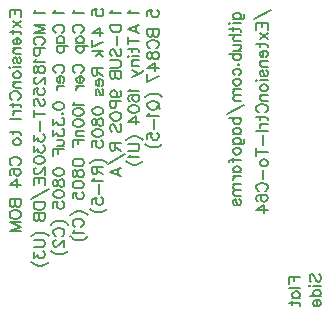
<source format=gbo>
G04 Layer: BottomSilkLayer*
G04 EasyEDA v6.4.14, 2021-02-02T13:22:32--5:00*
G04 91b0255ed1064b2dbadafc5a096163c1,d79a69aa59da4e1fbb9b7d465b79b5da,10*
G04 Gerber Generator version 0.2*
G04 Scale: 100 percent, Rotated: No, Reflected: No *
G04 Dimensions in millimeters *
G04 leading zeros omitted , absolute positions ,4 integer and 5 decimal *
%FSLAX45Y45*%
%MOMM*%

%ADD31C,0.2032*%

%LPD*%
D31*
X178490Y2832100D02*
G01*
X273946Y2832100D01*
X178490Y2832100D02*
G01*
X178490Y2773009D01*
X223946Y2832100D02*
G01*
X223946Y2795737D01*
X273946Y2832100D02*
G01*
X273946Y2773009D01*
X210309Y2743009D02*
G01*
X273946Y2693009D01*
X210309Y2693009D02*
G01*
X273946Y2743009D01*
X178490Y2649372D02*
G01*
X255762Y2649372D01*
X269400Y2644828D01*
X273946Y2635735D01*
X273946Y2626644D01*
X210309Y2663009D02*
G01*
X210309Y2631191D01*
X237581Y2596644D02*
G01*
X237581Y2542100D01*
X228490Y2542100D01*
X219400Y2546644D01*
X214853Y2551191D01*
X210309Y2560281D01*
X210309Y2573919D01*
X214853Y2583009D01*
X223946Y2592100D01*
X237581Y2596644D01*
X246672Y2596644D01*
X260309Y2592100D01*
X269400Y2583009D01*
X273946Y2573919D01*
X273946Y2560281D01*
X269400Y2551191D01*
X260309Y2542100D01*
X210309Y2512100D02*
G01*
X273946Y2512100D01*
X228490Y2512100D02*
G01*
X214853Y2498463D01*
X210309Y2489372D01*
X210309Y2475735D01*
X214853Y2466644D01*
X228490Y2462100D01*
X273946Y2462100D01*
X223946Y2382100D02*
G01*
X214853Y2386644D01*
X210309Y2400282D01*
X210309Y2413916D01*
X214853Y2427554D01*
X223946Y2432100D01*
X233037Y2427554D01*
X237581Y2418463D01*
X242128Y2395735D01*
X246672Y2386644D01*
X255762Y2382100D01*
X260309Y2382100D01*
X269400Y2386644D01*
X273946Y2400282D01*
X273946Y2413916D01*
X269400Y2427554D01*
X260309Y2432100D01*
X178490Y2352100D02*
G01*
X183037Y2347554D01*
X178490Y2343010D01*
X173944Y2347554D01*
X178490Y2352100D01*
X210309Y2347554D02*
G01*
X273946Y2347554D01*
X210309Y2290282D02*
G01*
X214853Y2299373D01*
X223946Y2308463D01*
X237581Y2313010D01*
X246672Y2313010D01*
X260309Y2308463D01*
X269400Y2299373D01*
X273946Y2290282D01*
X273946Y2276645D01*
X269400Y2267554D01*
X260309Y2258463D01*
X246672Y2253917D01*
X237581Y2253917D01*
X223946Y2258463D01*
X214853Y2267554D01*
X210309Y2276645D01*
X210309Y2290282D01*
X210309Y2223917D02*
G01*
X273946Y2223917D01*
X228490Y2223917D02*
G01*
X214853Y2210282D01*
X210309Y2201191D01*
X210309Y2187554D01*
X214853Y2178464D01*
X228490Y2173917D01*
X273946Y2173917D01*
X201218Y2075736D02*
G01*
X192128Y2080282D01*
X183037Y2089373D01*
X178490Y2098464D01*
X178490Y2116645D01*
X183037Y2125736D01*
X192128Y2134826D01*
X201218Y2139373D01*
X214853Y2143917D01*
X237581Y2143917D01*
X251218Y2139373D01*
X260309Y2134826D01*
X269400Y2125736D01*
X273946Y2116645D01*
X273946Y2098464D01*
X269400Y2089373D01*
X260309Y2080282D01*
X251218Y2075736D01*
X178490Y2032099D02*
G01*
X255762Y2032099D01*
X269400Y2027554D01*
X273946Y2018464D01*
X273946Y2009373D01*
X210309Y2045736D02*
G01*
X210309Y2013917D01*
X210309Y1979373D02*
G01*
X273946Y1979373D01*
X237581Y1979373D02*
G01*
X223946Y1974827D01*
X214853Y1965736D01*
X210309Y1956645D01*
X210309Y1943008D01*
X178490Y1913008D02*
G01*
X273946Y1913008D01*
X178490Y1799371D02*
G01*
X255762Y1799371D01*
X269400Y1794827D01*
X273946Y1785736D01*
X273946Y1776646D01*
X210309Y1813008D02*
G01*
X210309Y1781190D01*
X210309Y1723918D02*
G01*
X214853Y1733008D01*
X223946Y1742099D01*
X237581Y1746646D01*
X246672Y1746646D01*
X260309Y1742099D01*
X269400Y1733008D01*
X273946Y1723918D01*
X273946Y1710281D01*
X269400Y1701190D01*
X260309Y1692099D01*
X246672Y1687555D01*
X237581Y1687555D01*
X223946Y1692099D01*
X214853Y1701190D01*
X210309Y1710281D01*
X210309Y1723918D01*
X201218Y1519372D02*
G01*
X192128Y1523918D01*
X183037Y1533009D01*
X178490Y1542100D01*
X178490Y1560281D01*
X183037Y1569372D01*
X192128Y1578462D01*
X201218Y1583009D01*
X214853Y1587553D01*
X237581Y1587553D01*
X251218Y1583009D01*
X260309Y1578462D01*
X269400Y1569372D01*
X273946Y1560281D01*
X273946Y1542100D01*
X269400Y1533009D01*
X260309Y1523918D01*
X251218Y1519372D01*
X192128Y1434828D02*
G01*
X183037Y1439372D01*
X178490Y1453009D01*
X178490Y1462100D01*
X183037Y1475737D01*
X196672Y1484828D01*
X219400Y1489372D01*
X242128Y1489372D01*
X260309Y1484828D01*
X269400Y1475737D01*
X273946Y1462100D01*
X273946Y1457553D01*
X269400Y1443918D01*
X260309Y1434828D01*
X246672Y1430281D01*
X242128Y1430281D01*
X228490Y1434828D01*
X219400Y1443918D01*
X214853Y1457553D01*
X214853Y1462100D01*
X219400Y1475737D01*
X228490Y1484828D01*
X242128Y1489372D01*
X178490Y1354828D02*
G01*
X242128Y1400281D01*
X242128Y1332100D01*
X178490Y1354828D02*
G01*
X273946Y1354828D01*
X178490Y1232100D02*
G01*
X273946Y1232100D01*
X178490Y1232100D02*
G01*
X178490Y1191191D01*
X183037Y1177554D01*
X187581Y1173010D01*
X196672Y1168463D01*
X205762Y1168463D01*
X214853Y1173010D01*
X219400Y1177554D01*
X223946Y1191191D01*
X223946Y1232100D02*
G01*
X223946Y1191191D01*
X228490Y1177554D01*
X233037Y1173010D01*
X242128Y1168463D01*
X255762Y1168463D01*
X264853Y1173010D01*
X269400Y1177554D01*
X273946Y1191191D01*
X273946Y1232100D01*
X178490Y1111191D02*
G01*
X183037Y1120282D01*
X192128Y1129372D01*
X201218Y1133916D01*
X214853Y1138463D01*
X237581Y1138463D01*
X251218Y1133916D01*
X260309Y1129372D01*
X269400Y1120282D01*
X273946Y1111191D01*
X273946Y1093010D01*
X269400Y1083917D01*
X260309Y1074826D01*
X251218Y1070282D01*
X237581Y1065735D01*
X214853Y1065735D01*
X201218Y1070282D01*
X192128Y1074826D01*
X183037Y1083917D01*
X178490Y1093010D01*
X178490Y1111191D01*
X178490Y1035735D02*
G01*
X273946Y1035735D01*
X178490Y1035735D02*
G01*
X273946Y999373D01*
X178490Y963007D02*
G01*
X273946Y999373D01*
X178490Y963007D02*
G01*
X273946Y963007D01*
X1344998Y2781617D02*
G01*
X1344998Y2827073D01*
X1385907Y2831617D01*
X1381361Y2827073D01*
X1376817Y2813436D01*
X1376817Y2799801D01*
X1381361Y2786164D01*
X1390454Y2777073D01*
X1404089Y2772526D01*
X1413179Y2772526D01*
X1426817Y2777073D01*
X1435907Y2786164D01*
X1440454Y2799801D01*
X1440454Y2813436D01*
X1435907Y2827073D01*
X1431361Y2831617D01*
X1422270Y2836163D01*
X1344998Y2672527D02*
G01*
X1440454Y2672527D01*
X1344998Y2672527D02*
G01*
X1344998Y2631617D01*
X1349545Y2617983D01*
X1354089Y2613436D01*
X1363179Y2608892D01*
X1372270Y2608892D01*
X1381361Y2613436D01*
X1385907Y2617983D01*
X1390454Y2631617D01*
X1390454Y2672527D02*
G01*
X1390454Y2631617D01*
X1394998Y2617983D01*
X1399545Y2613436D01*
X1408635Y2608892D01*
X1422270Y2608892D01*
X1431361Y2613436D01*
X1435907Y2617983D01*
X1440454Y2631617D01*
X1440454Y2672527D01*
X1367726Y2510708D02*
G01*
X1358635Y2515255D01*
X1349545Y2524345D01*
X1344998Y2533436D01*
X1344998Y2551617D01*
X1349545Y2560708D01*
X1358635Y2569799D01*
X1367726Y2574345D01*
X1381361Y2578892D01*
X1404089Y2578892D01*
X1417726Y2574345D01*
X1426817Y2569799D01*
X1435907Y2560708D01*
X1440454Y2551617D01*
X1440454Y2533436D01*
X1435907Y2524345D01*
X1426817Y2515255D01*
X1417726Y2510708D01*
X1344998Y2457983D02*
G01*
X1349545Y2471618D01*
X1358635Y2476164D01*
X1367726Y2476164D01*
X1376817Y2471618D01*
X1381361Y2462527D01*
X1385907Y2444346D01*
X1390454Y2430708D01*
X1399545Y2421618D01*
X1408635Y2417074D01*
X1422270Y2417074D01*
X1431361Y2421618D01*
X1435907Y2426164D01*
X1440454Y2439799D01*
X1440454Y2457983D01*
X1435907Y2471618D01*
X1431361Y2476164D01*
X1422270Y2480708D01*
X1408635Y2480708D01*
X1399545Y2476164D01*
X1390454Y2467074D01*
X1385907Y2453436D01*
X1381361Y2435255D01*
X1376817Y2426164D01*
X1367726Y2421618D01*
X1358635Y2421618D01*
X1349545Y2426164D01*
X1344998Y2439799D01*
X1344998Y2457983D01*
X1344998Y2341618D02*
G01*
X1408635Y2387074D01*
X1408635Y2318890D01*
X1344998Y2341618D02*
G01*
X1440454Y2341618D01*
X1344998Y2225255D02*
G01*
X1440454Y2270709D01*
X1344998Y2288890D02*
G01*
X1344998Y2225255D01*
X1326817Y2093437D02*
G01*
X1335907Y2102528D01*
X1349545Y2111618D01*
X1367726Y2120709D01*
X1390454Y2125256D01*
X1408635Y2125256D01*
X1431361Y2120709D01*
X1449544Y2111618D01*
X1463179Y2102528D01*
X1472270Y2093437D01*
X1344998Y2036163D02*
G01*
X1349545Y2045253D01*
X1358635Y2054346D01*
X1367726Y2058890D01*
X1381361Y2063437D01*
X1404089Y2063437D01*
X1417726Y2058890D01*
X1426817Y2054346D01*
X1435907Y2045253D01*
X1440454Y2036163D01*
X1440454Y2017981D01*
X1435907Y2008891D01*
X1426817Y1999800D01*
X1417726Y1995253D01*
X1404089Y1990709D01*
X1381361Y1990709D01*
X1367726Y1995253D01*
X1358635Y1999800D01*
X1349545Y2008891D01*
X1344998Y2017981D01*
X1344998Y2036163D01*
X1422270Y2022528D02*
G01*
X1449544Y1995253D01*
X1363179Y1960709D02*
G01*
X1358635Y1951619D01*
X1344998Y1937981D01*
X1440454Y1937981D01*
X1399545Y1907981D02*
G01*
X1399545Y1826163D01*
X1344998Y1741619D02*
G01*
X1344998Y1787072D01*
X1385907Y1791619D01*
X1381361Y1787072D01*
X1376817Y1773435D01*
X1376817Y1759800D01*
X1381361Y1746163D01*
X1390454Y1737072D01*
X1404089Y1732526D01*
X1413179Y1732526D01*
X1426817Y1737072D01*
X1435907Y1746163D01*
X1440454Y1759800D01*
X1440454Y1773435D01*
X1435907Y1787072D01*
X1431361Y1791619D01*
X1422270Y1796163D01*
X1326817Y1702526D02*
G01*
X1335907Y1693435D01*
X1349545Y1684345D01*
X1367726Y1675254D01*
X1390454Y1670710D01*
X1408635Y1670710D01*
X1431361Y1675254D01*
X1449544Y1684345D01*
X1463179Y1693435D01*
X1472270Y1702526D01*
X876990Y2790253D02*
G01*
X876990Y2835709D01*
X917900Y2840253D01*
X913353Y2835709D01*
X908809Y2822072D01*
X908809Y2808437D01*
X913353Y2794800D01*
X922446Y2785709D01*
X936081Y2781162D01*
X945172Y2781162D01*
X958809Y2785709D01*
X967900Y2794800D01*
X972446Y2808437D01*
X972446Y2822072D01*
X967900Y2835709D01*
X963353Y2840253D01*
X954262Y2844800D01*
X876990Y2635709D02*
G01*
X940628Y2681163D01*
X940628Y2612981D01*
X876990Y2635709D02*
G01*
X972446Y2635709D01*
X876990Y2519344D02*
G01*
X972446Y2564800D01*
X876990Y2582981D02*
G01*
X876990Y2519344D01*
X876990Y2489344D02*
G01*
X972446Y2489344D01*
X908809Y2443891D02*
G01*
X954262Y2489344D01*
X936081Y2471163D02*
G01*
X972446Y2439344D01*
X876990Y2339345D02*
G01*
X972446Y2339345D01*
X876990Y2339345D02*
G01*
X876990Y2298435D01*
X881537Y2284801D01*
X886081Y2280254D01*
X895172Y2275707D01*
X904262Y2275707D01*
X913353Y2280254D01*
X917900Y2284801D01*
X922446Y2298435D01*
X922446Y2339345D01*
X922446Y2307526D02*
G01*
X972446Y2275707D01*
X936081Y2245707D02*
G01*
X936081Y2191164D01*
X926990Y2191164D01*
X917900Y2195708D01*
X913353Y2200254D01*
X908809Y2209345D01*
X908809Y2222982D01*
X913353Y2232073D01*
X922446Y2241163D01*
X936081Y2245707D01*
X945172Y2245707D01*
X958809Y2241163D01*
X967900Y2232073D01*
X972446Y2222982D01*
X972446Y2209345D01*
X967900Y2200254D01*
X958809Y2191164D01*
X922446Y2111164D02*
G01*
X913353Y2115708D01*
X908809Y2129345D01*
X908809Y2142982D01*
X913353Y2156617D01*
X922446Y2161164D01*
X931537Y2156617D01*
X936081Y2147526D01*
X940628Y2124798D01*
X945172Y2115708D01*
X954262Y2111164D01*
X958809Y2111164D01*
X967900Y2115708D01*
X972446Y2129345D01*
X972446Y2142982D01*
X967900Y2156617D01*
X958809Y2161164D01*
X876990Y1983889D02*
G01*
X881537Y1997527D01*
X895172Y2006617D01*
X917900Y2011164D01*
X931537Y2011164D01*
X954262Y2006617D01*
X967900Y1997527D01*
X972446Y1983889D01*
X972446Y1974799D01*
X967900Y1961164D01*
X954262Y1952073D01*
X931537Y1947527D01*
X917900Y1947527D01*
X895172Y1952073D01*
X881537Y1961164D01*
X876990Y1974799D01*
X876990Y1983889D01*
X876990Y1894799D02*
G01*
X881537Y1908436D01*
X890628Y1912980D01*
X899718Y1912980D01*
X908809Y1908436D01*
X913353Y1899345D01*
X917900Y1881164D01*
X922446Y1867527D01*
X931537Y1858436D01*
X940628Y1853890D01*
X954262Y1853890D01*
X963353Y1858436D01*
X967900Y1862980D01*
X972446Y1876618D01*
X972446Y1894799D01*
X967900Y1908436D01*
X963353Y1912980D01*
X954262Y1917527D01*
X940628Y1917527D01*
X931537Y1912980D01*
X922446Y1903890D01*
X917900Y1890255D01*
X913353Y1872073D01*
X908809Y1862980D01*
X899718Y1858436D01*
X890628Y1858436D01*
X881537Y1862980D01*
X876990Y1876618D01*
X876990Y1894799D01*
X876990Y1796618D02*
G01*
X881537Y1810255D01*
X895172Y1819346D01*
X917900Y1823890D01*
X931537Y1823890D01*
X954262Y1819346D01*
X967900Y1810255D01*
X972446Y1796618D01*
X972446Y1787527D01*
X967900Y1773890D01*
X954262Y1764799D01*
X931537Y1760255D01*
X917900Y1760255D01*
X895172Y1764799D01*
X881537Y1773890D01*
X876990Y1787527D01*
X876990Y1796618D01*
X876990Y1675709D02*
G01*
X876990Y1721162D01*
X917900Y1725709D01*
X913353Y1721162D01*
X908809Y1707527D01*
X908809Y1693890D01*
X913353Y1680255D01*
X922446Y1671162D01*
X936081Y1666618D01*
X945172Y1666618D01*
X958809Y1671162D01*
X967900Y1680255D01*
X972446Y1693890D01*
X972446Y1707527D01*
X967900Y1721162D01*
X963353Y1725709D01*
X954262Y1730255D01*
X858809Y1534800D02*
G01*
X867900Y1543890D01*
X881537Y1552981D01*
X899718Y1562072D01*
X922446Y1566618D01*
X940628Y1566618D01*
X963353Y1562072D01*
X981537Y1552981D01*
X995171Y1543890D01*
X1004262Y1534800D01*
X876990Y1504800D02*
G01*
X972446Y1504800D01*
X876990Y1504800D02*
G01*
X876990Y1463890D01*
X881537Y1450253D01*
X886081Y1445709D01*
X895172Y1441162D01*
X904262Y1441162D01*
X913353Y1445709D01*
X917900Y1450253D01*
X922446Y1463890D01*
X922446Y1504800D01*
X922446Y1472981D02*
G01*
X972446Y1441162D01*
X895172Y1411163D02*
G01*
X890628Y1402072D01*
X876990Y1388435D01*
X972446Y1388435D01*
X931537Y1358435D02*
G01*
X931537Y1276619D01*
X876990Y1192072D02*
G01*
X876990Y1237526D01*
X917900Y1242072D01*
X913353Y1237526D01*
X908809Y1223891D01*
X908809Y1210254D01*
X913353Y1196619D01*
X922446Y1187526D01*
X936081Y1182982D01*
X945172Y1182982D01*
X958809Y1187526D01*
X967900Y1196619D01*
X972446Y1210254D01*
X972446Y1223891D01*
X967900Y1237526D01*
X963353Y1242072D01*
X954262Y1246619D01*
X858809Y1152982D02*
G01*
X867900Y1143891D01*
X881537Y1134800D01*
X899718Y1125710D01*
X922446Y1121163D01*
X940628Y1121163D01*
X963353Y1125710D01*
X981537Y1134800D01*
X995171Y1143891D01*
X1004262Y1152982D01*
X1199972Y2832100D02*
G01*
X1195428Y2823009D01*
X1181790Y2809372D01*
X1277246Y2809372D01*
X1181790Y2673009D02*
G01*
X1277246Y2709372D01*
X1181790Y2673009D02*
G01*
X1277246Y2636644D01*
X1245428Y2695737D02*
G01*
X1245428Y2650281D01*
X1181790Y2574828D02*
G01*
X1277246Y2574828D01*
X1181790Y2606644D02*
G01*
X1181790Y2543009D01*
X1181790Y2499372D02*
G01*
X1259062Y2499372D01*
X1272700Y2494826D01*
X1277246Y2485735D01*
X1277246Y2476644D01*
X1213609Y2513009D02*
G01*
X1213609Y2481191D01*
X1181790Y2446644D02*
G01*
X1186337Y2442100D01*
X1181790Y2437554D01*
X1177244Y2442100D01*
X1181790Y2446644D01*
X1213609Y2442100D02*
G01*
X1277246Y2442100D01*
X1213609Y2407554D02*
G01*
X1277246Y2407554D01*
X1231790Y2407554D02*
G01*
X1218153Y2393916D01*
X1213609Y2384826D01*
X1213609Y2371191D01*
X1218153Y2362100D01*
X1231790Y2357554D01*
X1277246Y2357554D01*
X1213609Y2323010D02*
G01*
X1277246Y2295735D01*
X1213609Y2268463D02*
G01*
X1277246Y2295735D01*
X1295427Y2304826D01*
X1304518Y2313917D01*
X1309062Y2323010D01*
X1309062Y2327554D01*
X1199972Y2168464D02*
G01*
X1195428Y2159373D01*
X1181790Y2145736D01*
X1277246Y2145736D01*
X1195428Y2061189D02*
G01*
X1186337Y2065736D01*
X1181790Y2079373D01*
X1181790Y2088464D01*
X1186337Y2102098D01*
X1199972Y2111192D01*
X1222700Y2115736D01*
X1245428Y2115736D01*
X1263609Y2111192D01*
X1272700Y2102098D01*
X1277246Y2088464D01*
X1277246Y2083917D01*
X1272700Y2070282D01*
X1263609Y2061189D01*
X1249972Y2056645D01*
X1245428Y2056645D01*
X1231790Y2061189D01*
X1222700Y2070282D01*
X1218153Y2083917D01*
X1218153Y2088464D01*
X1222700Y2102098D01*
X1231790Y2111192D01*
X1245428Y2115736D01*
X1181790Y1999373D02*
G01*
X1186337Y2013008D01*
X1199972Y2022099D01*
X1222700Y2026645D01*
X1236337Y2026645D01*
X1259062Y2022099D01*
X1272700Y2013008D01*
X1277246Y1999373D01*
X1277246Y1990283D01*
X1272700Y1976645D01*
X1259062Y1967555D01*
X1236337Y1963008D01*
X1222700Y1963008D01*
X1199972Y1967555D01*
X1186337Y1976645D01*
X1181790Y1990283D01*
X1181790Y1999373D01*
X1181790Y1887555D02*
G01*
X1245428Y1933008D01*
X1245428Y1864827D01*
X1181790Y1887555D02*
G01*
X1277246Y1887555D01*
X1163609Y1733008D02*
G01*
X1172700Y1742099D01*
X1186337Y1751190D01*
X1204518Y1760280D01*
X1227246Y1764827D01*
X1245428Y1764827D01*
X1268153Y1760280D01*
X1286337Y1751190D01*
X1299971Y1742099D01*
X1309062Y1733008D01*
X1181790Y1703009D02*
G01*
X1249972Y1703009D01*
X1263609Y1698462D01*
X1272700Y1689371D01*
X1277246Y1675737D01*
X1277246Y1666646D01*
X1272700Y1653009D01*
X1263609Y1643918D01*
X1249972Y1639371D01*
X1181790Y1639371D01*
X1199972Y1609371D02*
G01*
X1195428Y1600281D01*
X1181790Y1586646D01*
X1277246Y1586646D01*
X1163609Y1556646D02*
G01*
X1172700Y1547553D01*
X1186337Y1538462D01*
X1204518Y1529372D01*
X1227246Y1524828D01*
X1245428Y1524828D01*
X1268153Y1529372D01*
X1286337Y1538462D01*
X1299971Y1547553D01*
X1309062Y1556646D01*
X399872Y2832100D02*
G01*
X395328Y2823009D01*
X381690Y2809372D01*
X477146Y2809372D01*
X381690Y2709372D02*
G01*
X477146Y2709372D01*
X381690Y2709372D02*
G01*
X477146Y2673009D01*
X381690Y2636644D02*
G01*
X477146Y2673009D01*
X381690Y2636644D02*
G01*
X477146Y2636644D01*
X404418Y2538463D02*
G01*
X395328Y2543009D01*
X386237Y2552100D01*
X381690Y2561191D01*
X381690Y2579372D01*
X386237Y2588463D01*
X395328Y2597553D01*
X404418Y2602100D01*
X418053Y2606644D01*
X440781Y2606644D01*
X454418Y2602100D01*
X463509Y2597553D01*
X472600Y2588463D01*
X477146Y2579372D01*
X477146Y2561191D01*
X472600Y2552100D01*
X463509Y2543009D01*
X454418Y2538463D01*
X381690Y2508463D02*
G01*
X477146Y2508463D01*
X381690Y2508463D02*
G01*
X381690Y2467554D01*
X386237Y2453919D01*
X390781Y2449372D01*
X399872Y2444826D01*
X413509Y2444826D01*
X422600Y2449372D01*
X427146Y2453919D01*
X431690Y2467554D01*
X431690Y2508463D01*
X399872Y2414826D02*
G01*
X395328Y2405735D01*
X381690Y2392100D01*
X477146Y2392100D01*
X381690Y2339373D02*
G01*
X386237Y2353010D01*
X395328Y2357554D01*
X404418Y2357554D01*
X413509Y2353010D01*
X418053Y2343917D01*
X422600Y2325735D01*
X427146Y2312101D01*
X436237Y2303007D01*
X445328Y2298463D01*
X458962Y2298463D01*
X468053Y2303007D01*
X472600Y2307554D01*
X477146Y2321191D01*
X477146Y2339373D01*
X472600Y2353010D01*
X468053Y2357554D01*
X458962Y2362100D01*
X445328Y2362100D01*
X436237Y2357554D01*
X427146Y2348463D01*
X422600Y2334826D01*
X418053Y2316645D01*
X413509Y2307554D01*
X404418Y2303007D01*
X395328Y2303007D01*
X386237Y2307554D01*
X381690Y2321191D01*
X381690Y2339373D01*
X404418Y2263917D02*
G01*
X399872Y2263917D01*
X390781Y2259373D01*
X386237Y2254826D01*
X381690Y2245735D01*
X381690Y2227554D01*
X386237Y2218463D01*
X390781Y2213917D01*
X399872Y2209373D01*
X408962Y2209373D01*
X418053Y2213917D01*
X431690Y2223007D01*
X477146Y2268463D01*
X477146Y2204826D01*
X381690Y2120282D02*
G01*
X381690Y2165736D01*
X422600Y2170282D01*
X418053Y2165736D01*
X413509Y2152098D01*
X413509Y2138464D01*
X418053Y2124826D01*
X427146Y2115736D01*
X440781Y2111192D01*
X449872Y2111192D01*
X463509Y2115736D01*
X472600Y2124826D01*
X477146Y2138464D01*
X477146Y2152098D01*
X472600Y2165736D01*
X468053Y2170282D01*
X458962Y2174826D01*
X395328Y2017555D02*
G01*
X386237Y2026645D01*
X381690Y2040282D01*
X381690Y2058464D01*
X386237Y2072098D01*
X395328Y2081189D01*
X404418Y2081189D01*
X413509Y2076645D01*
X418053Y2072098D01*
X422600Y2063008D01*
X431690Y2035736D01*
X436237Y2026645D01*
X440781Y2022099D01*
X449872Y2017555D01*
X463509Y2017555D01*
X472600Y2026645D01*
X477146Y2040282D01*
X477146Y2058464D01*
X472600Y2072098D01*
X463509Y2081189D01*
X381690Y1955736D02*
G01*
X477146Y1955736D01*
X381690Y1987555D02*
G01*
X381690Y1923917D01*
X436237Y1893917D02*
G01*
X436237Y1812099D01*
X381690Y1773008D02*
G01*
X381690Y1723009D01*
X418053Y1750280D01*
X418053Y1736646D01*
X422600Y1727555D01*
X427146Y1723009D01*
X440781Y1718462D01*
X449872Y1718462D01*
X463509Y1723009D01*
X472600Y1732099D01*
X477146Y1745736D01*
X477146Y1759371D01*
X472600Y1773008D01*
X468053Y1777555D01*
X458962Y1782099D01*
X381690Y1679371D02*
G01*
X381690Y1629371D01*
X418053Y1656646D01*
X418053Y1643009D01*
X422600Y1633918D01*
X427146Y1629371D01*
X440781Y1624827D01*
X449872Y1624827D01*
X463509Y1629371D01*
X472600Y1638462D01*
X477146Y1652099D01*
X477146Y1665737D01*
X472600Y1679371D01*
X468053Y1683918D01*
X458962Y1688462D01*
X381690Y1567553D02*
G01*
X386237Y1581190D01*
X399872Y1590281D01*
X422600Y1594827D01*
X436237Y1594827D01*
X458962Y1590281D01*
X472600Y1581190D01*
X477146Y1567553D01*
X477146Y1558462D01*
X472600Y1544828D01*
X458962Y1535737D01*
X436237Y1531190D01*
X422600Y1531190D01*
X399872Y1535737D01*
X386237Y1544828D01*
X381690Y1558462D01*
X381690Y1567553D01*
X404418Y1496644D02*
G01*
X399872Y1496644D01*
X390781Y1492100D01*
X386237Y1487553D01*
X381690Y1478462D01*
X381690Y1460281D01*
X386237Y1451190D01*
X390781Y1446644D01*
X399872Y1442100D01*
X408962Y1442100D01*
X418053Y1446644D01*
X431690Y1455737D01*
X477146Y1501190D01*
X477146Y1437553D01*
X381690Y1407553D02*
G01*
X477146Y1407553D01*
X381690Y1407553D02*
G01*
X381690Y1348463D01*
X427146Y1407553D02*
G01*
X427146Y1371191D01*
X477146Y1407553D02*
G01*
X477146Y1348463D01*
X363509Y1236644D02*
G01*
X508962Y1318463D01*
X381690Y1206644D02*
G01*
X477146Y1206644D01*
X381690Y1206644D02*
G01*
X381690Y1174826D01*
X386237Y1161191D01*
X395328Y1152100D01*
X404418Y1147554D01*
X418053Y1143010D01*
X440781Y1143010D01*
X454418Y1147554D01*
X463509Y1152100D01*
X472600Y1161191D01*
X477146Y1174826D01*
X477146Y1206644D01*
X381690Y1113010D02*
G01*
X477146Y1113010D01*
X381690Y1113010D02*
G01*
X381690Y1072100D01*
X386237Y1058463D01*
X390781Y1053917D01*
X399872Y1049373D01*
X408962Y1049373D01*
X418053Y1053917D01*
X422600Y1058463D01*
X427146Y1072100D01*
X427146Y1113010D02*
G01*
X427146Y1072100D01*
X431690Y1058463D01*
X436237Y1053917D01*
X445328Y1049373D01*
X458962Y1049373D01*
X468053Y1053917D01*
X472600Y1058463D01*
X477146Y1072100D01*
X477146Y1113010D01*
X363509Y917554D02*
G01*
X372600Y926645D01*
X386237Y935736D01*
X404418Y944826D01*
X427146Y949373D01*
X445328Y949373D01*
X468053Y944826D01*
X486237Y935736D01*
X499871Y926645D01*
X508962Y917554D01*
X381690Y887554D02*
G01*
X449872Y887554D01*
X463509Y883008D01*
X472600Y873917D01*
X477146Y860282D01*
X477146Y851192D01*
X472600Y837554D01*
X463509Y828464D01*
X449872Y823917D01*
X381690Y823917D01*
X381690Y784826D02*
G01*
X381690Y734827D01*
X418053Y762099D01*
X418053Y748464D01*
X422600Y739373D01*
X427146Y734827D01*
X440781Y730283D01*
X449872Y730283D01*
X463509Y734827D01*
X472600Y743917D01*
X477146Y757554D01*
X477146Y771189D01*
X472600Y784826D01*
X468053Y789373D01*
X458962Y793917D01*
X363509Y700283D02*
G01*
X372600Y691189D01*
X386237Y682099D01*
X404418Y673008D01*
X427146Y668464D01*
X445328Y668464D01*
X468053Y673008D01*
X486237Y682099D01*
X499871Y691189D01*
X508962Y700283D01*
X2069970Y2756217D02*
G01*
X2142698Y2756217D01*
X2156333Y2760764D01*
X2160879Y2765310D01*
X2165423Y2774401D01*
X2165423Y2788036D01*
X2160879Y2797126D01*
X2083607Y2756217D02*
G01*
X2074514Y2765310D01*
X2069970Y2774401D01*
X2069970Y2788036D01*
X2074514Y2797126D01*
X2083607Y2806217D01*
X2097242Y2810763D01*
X2106333Y2810763D01*
X2119970Y2806217D01*
X2129061Y2797126D01*
X2133607Y2788036D01*
X2133607Y2774401D01*
X2129061Y2765310D01*
X2119970Y2756217D01*
X2038151Y2726217D02*
G01*
X2042698Y2721673D01*
X2038151Y2717126D01*
X2033605Y2721673D01*
X2038151Y2726217D01*
X2069970Y2721673D02*
G01*
X2133607Y2721673D01*
X2038151Y2673492D02*
G01*
X2115423Y2673492D01*
X2129061Y2668945D01*
X2133607Y2659854D01*
X2133607Y2650764D01*
X2069970Y2687126D02*
G01*
X2069970Y2655308D01*
X2038151Y2620764D02*
G01*
X2133607Y2620764D01*
X2088151Y2620764D02*
G01*
X2074514Y2607127D01*
X2069970Y2598036D01*
X2069970Y2584399D01*
X2074514Y2575308D01*
X2088151Y2570764D01*
X2133607Y2570764D01*
X2069970Y2540764D02*
G01*
X2115423Y2540764D01*
X2129061Y2536217D01*
X2133607Y2527127D01*
X2133607Y2513490D01*
X2129061Y2504399D01*
X2115423Y2490764D01*
X2069970Y2490764D02*
G01*
X2133607Y2490764D01*
X2038151Y2460764D02*
G01*
X2133607Y2460764D01*
X2083607Y2460764D02*
G01*
X2074514Y2451674D01*
X2069970Y2442583D01*
X2069970Y2428946D01*
X2074514Y2419855D01*
X2083607Y2410764D01*
X2097242Y2406218D01*
X2106333Y2406218D01*
X2119970Y2410764D01*
X2129061Y2419855D01*
X2133607Y2428946D01*
X2133607Y2442583D01*
X2129061Y2451674D01*
X2119970Y2460764D01*
X2110879Y2371674D02*
G01*
X2115423Y2376218D01*
X2119970Y2371674D01*
X2115423Y2367127D01*
X2110879Y2371674D01*
X2083607Y2282581D02*
G01*
X2074514Y2291674D01*
X2069970Y2300765D01*
X2069970Y2314399D01*
X2074514Y2323490D01*
X2083607Y2332581D01*
X2097242Y2337127D01*
X2106333Y2337127D01*
X2119970Y2332581D01*
X2129061Y2323490D01*
X2133607Y2314399D01*
X2133607Y2300765D01*
X2129061Y2291674D01*
X2119970Y2282581D01*
X2069970Y2229855D02*
G01*
X2074514Y2238946D01*
X2083607Y2248037D01*
X2097242Y2252581D01*
X2106333Y2252581D01*
X2119970Y2248037D01*
X2129061Y2238946D01*
X2133607Y2229855D01*
X2133607Y2216218D01*
X2129061Y2207127D01*
X2119970Y2198037D01*
X2106333Y2193490D01*
X2097242Y2193490D01*
X2083607Y2198037D01*
X2074514Y2207127D01*
X2069970Y2216218D01*
X2069970Y2229855D01*
X2069970Y2163490D02*
G01*
X2133607Y2163490D01*
X2088151Y2163490D02*
G01*
X2074514Y2149855D01*
X2069970Y2140762D01*
X2069970Y2127128D01*
X2074514Y2118037D01*
X2088151Y2113490D01*
X2133607Y2113490D01*
X2088151Y2113490D02*
G01*
X2074514Y2099856D01*
X2069970Y2090762D01*
X2069970Y2077128D01*
X2074514Y2068037D01*
X2088151Y2063490D01*
X2133607Y2063490D01*
X2019970Y1951672D02*
G01*
X2165423Y2033490D01*
X2038151Y1921672D02*
G01*
X2133607Y1921672D01*
X2083607Y1921672D02*
G01*
X2074514Y1912581D01*
X2069970Y1903491D01*
X2069970Y1889853D01*
X2074514Y1880763D01*
X2083607Y1871672D01*
X2097242Y1867128D01*
X2106333Y1867128D01*
X2119970Y1871672D01*
X2129061Y1880763D01*
X2133607Y1889853D01*
X2133607Y1903491D01*
X2129061Y1912581D01*
X2119970Y1921672D01*
X2069970Y1782582D02*
G01*
X2133607Y1782582D01*
X2083607Y1782582D02*
G01*
X2074514Y1791672D01*
X2069970Y1800763D01*
X2069970Y1814400D01*
X2074514Y1823491D01*
X2083607Y1832582D01*
X2097242Y1837128D01*
X2106333Y1837128D01*
X2119970Y1832582D01*
X2129061Y1823491D01*
X2133607Y1814400D01*
X2133607Y1800763D01*
X2129061Y1791672D01*
X2119970Y1782582D01*
X2069970Y1698035D02*
G01*
X2142698Y1698035D01*
X2156333Y1702582D01*
X2160879Y1707126D01*
X2165423Y1716219D01*
X2165423Y1729854D01*
X2160879Y1738944D01*
X2083607Y1698035D02*
G01*
X2074514Y1707126D01*
X2069970Y1716219D01*
X2069970Y1729854D01*
X2074514Y1738944D01*
X2083607Y1748035D01*
X2097242Y1752582D01*
X2106333Y1752582D01*
X2119970Y1748035D01*
X2129061Y1738944D01*
X2133607Y1729854D01*
X2133607Y1716219D01*
X2129061Y1707126D01*
X2119970Y1698035D01*
X2069970Y1645310D02*
G01*
X2074514Y1654401D01*
X2083607Y1663491D01*
X2097242Y1668035D01*
X2106333Y1668035D01*
X2119970Y1663491D01*
X2129061Y1654401D01*
X2133607Y1645310D01*
X2133607Y1631673D01*
X2129061Y1622582D01*
X2119970Y1613491D01*
X2106333Y1608945D01*
X2097242Y1608945D01*
X2083607Y1613491D01*
X2074514Y1622582D01*
X2069970Y1631673D01*
X2069970Y1645310D01*
X2038151Y1542582D02*
G01*
X2038151Y1551673D01*
X2042698Y1560763D01*
X2056333Y1565310D01*
X2133607Y1565310D01*
X2069970Y1578945D02*
G01*
X2069970Y1547126D01*
X2069970Y1458036D02*
G01*
X2133607Y1458036D01*
X2083607Y1458036D02*
G01*
X2074514Y1467126D01*
X2069970Y1476217D01*
X2069970Y1489854D01*
X2074514Y1498945D01*
X2083607Y1508036D01*
X2097242Y1512582D01*
X2106333Y1512582D01*
X2119970Y1508036D01*
X2129061Y1498945D01*
X2133607Y1489854D01*
X2133607Y1476217D01*
X2129061Y1467126D01*
X2119970Y1458036D01*
X2069970Y1428036D02*
G01*
X2133607Y1428036D01*
X2097242Y1428036D02*
G01*
X2083607Y1423492D01*
X2074514Y1414401D01*
X2069970Y1405308D01*
X2069970Y1391673D01*
X2069970Y1361673D02*
G01*
X2133607Y1361673D01*
X2088151Y1361673D02*
G01*
X2074514Y1348036D01*
X2069970Y1338945D01*
X2069970Y1325308D01*
X2074514Y1316217D01*
X2088151Y1311673D01*
X2133607Y1311673D01*
X2088151Y1311673D02*
G01*
X2074514Y1298036D01*
X2069970Y1288945D01*
X2069970Y1275308D01*
X2074514Y1266217D01*
X2088151Y1261673D01*
X2133607Y1261673D01*
X2083607Y1181674D02*
G01*
X2074514Y1186218D01*
X2069970Y1199855D01*
X2069970Y1213490D01*
X2074514Y1227127D01*
X2083607Y1231673D01*
X2092698Y1227127D01*
X2097242Y1218036D01*
X2101789Y1195308D01*
X2106333Y1186218D01*
X2115423Y1181674D01*
X2119970Y1181674D01*
X2129061Y1186218D01*
X2133607Y1199855D01*
X2133607Y1213490D01*
X2129061Y1227127D01*
X2119970Y1231673D01*
X2540690Y571500D02*
G01*
X2636146Y571500D01*
X2540690Y571500D02*
G01*
X2540690Y512409D01*
X2586146Y571500D02*
G01*
X2586146Y535137D01*
X2540690Y482409D02*
G01*
X2636146Y482409D01*
X2572509Y397863D02*
G01*
X2636146Y397863D01*
X2586146Y397863D02*
G01*
X2577053Y406953D01*
X2572509Y416044D01*
X2572509Y429681D01*
X2577053Y438772D01*
X2586146Y447862D01*
X2599781Y452409D01*
X2608872Y452409D01*
X2622509Y447862D01*
X2631600Y438772D01*
X2636146Y429681D01*
X2636146Y416044D01*
X2631600Y406953D01*
X2622509Y397863D01*
X2540690Y354228D02*
G01*
X2617962Y354228D01*
X2631600Y349681D01*
X2636146Y340591D01*
X2636146Y331500D01*
X2572509Y367863D02*
G01*
X2572509Y336044D01*
X2732128Y533262D02*
G01*
X2723037Y542353D01*
X2718490Y555990D01*
X2718490Y574172D01*
X2723037Y587809D01*
X2732128Y596900D01*
X2741218Y596900D01*
X2750309Y592353D01*
X2754853Y587809D01*
X2759400Y578718D01*
X2768490Y551446D01*
X2773037Y542353D01*
X2777581Y537809D01*
X2786672Y533262D01*
X2800309Y533262D01*
X2809400Y542353D01*
X2813946Y555990D01*
X2813946Y574172D01*
X2809400Y587809D01*
X2800309Y596900D01*
X2718490Y503262D02*
G01*
X2723037Y498718D01*
X2718490Y494172D01*
X2713944Y498718D01*
X2718490Y503262D01*
X2750309Y498718D02*
G01*
X2813946Y498718D01*
X2718490Y409628D02*
G01*
X2813946Y409628D01*
X2763946Y409628D02*
G01*
X2754853Y418719D01*
X2750309Y427809D01*
X2750309Y441444D01*
X2754853Y450537D01*
X2763946Y459628D01*
X2777581Y464172D01*
X2786672Y464172D01*
X2800309Y459628D01*
X2809400Y450537D01*
X2813946Y441444D01*
X2813946Y427809D01*
X2809400Y418719D01*
X2800309Y409628D01*
X2777581Y379628D02*
G01*
X2777581Y325081D01*
X2768490Y325081D01*
X2759400Y329628D01*
X2754853Y334172D01*
X2750309Y343263D01*
X2750309Y356900D01*
X2754853Y365991D01*
X2763946Y375081D01*
X2777581Y379628D01*
X2786672Y379628D01*
X2800309Y375081D01*
X2809400Y365991D01*
X2813946Y356900D01*
X2813946Y343263D01*
X2809400Y334172D01*
X2800309Y325081D01*
X2248570Y2754345D02*
G01*
X2394023Y2836163D01*
X2266751Y2724345D02*
G01*
X2362207Y2724345D01*
X2266751Y2724345D02*
G01*
X2266751Y2665255D01*
X2312207Y2724345D02*
G01*
X2312207Y2687982D01*
X2362207Y2724345D02*
G01*
X2362207Y2665255D01*
X2298570Y2635255D02*
G01*
X2362207Y2585255D01*
X2298570Y2585255D02*
G01*
X2362207Y2635255D01*
X2266751Y2541617D02*
G01*
X2344023Y2541617D01*
X2357661Y2537073D01*
X2362207Y2527983D01*
X2362207Y2518890D01*
X2298570Y2555255D02*
G01*
X2298570Y2523436D01*
X2325842Y2488890D02*
G01*
X2325842Y2434346D01*
X2316751Y2434346D01*
X2307661Y2438890D01*
X2303114Y2443436D01*
X2298570Y2452527D01*
X2298570Y2466164D01*
X2303114Y2475255D01*
X2312207Y2484346D01*
X2325842Y2488890D01*
X2334933Y2488890D01*
X2348570Y2484346D01*
X2357661Y2475255D01*
X2362207Y2466164D01*
X2362207Y2452527D01*
X2357661Y2443436D01*
X2348570Y2434346D01*
X2298570Y2404346D02*
G01*
X2362207Y2404346D01*
X2316751Y2404346D02*
G01*
X2303114Y2390708D01*
X2298570Y2381618D01*
X2298570Y2367981D01*
X2303114Y2358890D01*
X2316751Y2354346D01*
X2362207Y2354346D01*
X2312207Y2274346D02*
G01*
X2303114Y2278890D01*
X2298570Y2292527D01*
X2298570Y2306165D01*
X2303114Y2319799D01*
X2312207Y2324346D01*
X2321298Y2319799D01*
X2325842Y2310709D01*
X2330389Y2287981D01*
X2334933Y2278890D01*
X2344023Y2274346D01*
X2348570Y2274346D01*
X2357661Y2278890D01*
X2362207Y2292527D01*
X2362207Y2306165D01*
X2357661Y2319799D01*
X2348570Y2324346D01*
X2266751Y2244346D02*
G01*
X2271298Y2239799D01*
X2266751Y2235255D01*
X2262205Y2239799D01*
X2266751Y2244346D01*
X2298570Y2239799D02*
G01*
X2362207Y2239799D01*
X2298570Y2182528D02*
G01*
X2303114Y2191618D01*
X2312207Y2200709D01*
X2325842Y2205255D01*
X2334933Y2205255D01*
X2348570Y2200709D01*
X2357661Y2191618D01*
X2362207Y2182528D01*
X2362207Y2168890D01*
X2357661Y2159800D01*
X2348570Y2150709D01*
X2334933Y2146162D01*
X2325842Y2146162D01*
X2312207Y2150709D01*
X2303114Y2159800D01*
X2298570Y2168890D01*
X2298570Y2182528D01*
X2298570Y2116162D02*
G01*
X2362207Y2116162D01*
X2316751Y2116162D02*
G01*
X2303114Y2102528D01*
X2298570Y2093437D01*
X2298570Y2079800D01*
X2303114Y2070709D01*
X2316751Y2066162D01*
X2362207Y2066162D01*
X2289479Y1967981D02*
G01*
X2280389Y1972528D01*
X2271298Y1981619D01*
X2266751Y1990709D01*
X2266751Y2008891D01*
X2271298Y2017981D01*
X2280389Y2027072D01*
X2289479Y2031619D01*
X2303114Y2036163D01*
X2325842Y2036163D01*
X2339479Y2031619D01*
X2348570Y2027072D01*
X2357661Y2017981D01*
X2362207Y2008891D01*
X2362207Y1990709D01*
X2357661Y1981619D01*
X2348570Y1972528D01*
X2339479Y1967981D01*
X2266751Y1924344D02*
G01*
X2344023Y1924344D01*
X2357661Y1919800D01*
X2362207Y1910709D01*
X2362207Y1901619D01*
X2298570Y1937981D02*
G01*
X2298570Y1906163D01*
X2298570Y1871619D02*
G01*
X2362207Y1871619D01*
X2325842Y1871619D02*
G01*
X2312207Y1867072D01*
X2303114Y1857982D01*
X2298570Y1848891D01*
X2298570Y1835254D01*
X2266751Y1805254D02*
G01*
X2362207Y1805254D01*
X2321298Y1775254D02*
G01*
X2321298Y1693435D01*
X2266751Y1631619D02*
G01*
X2362207Y1631619D01*
X2266751Y1663435D02*
G01*
X2266751Y1599801D01*
X2298570Y1547073D02*
G01*
X2303114Y1556164D01*
X2312207Y1565254D01*
X2325842Y1569801D01*
X2334933Y1569801D01*
X2348570Y1565254D01*
X2357661Y1556164D01*
X2362207Y1547073D01*
X2362207Y1533436D01*
X2357661Y1524345D01*
X2348570Y1515254D01*
X2334933Y1510710D01*
X2325842Y1510710D01*
X2312207Y1515254D01*
X2303114Y1524345D01*
X2298570Y1533436D01*
X2298570Y1547073D01*
X2321298Y1480708D02*
G01*
X2321298Y1398892D01*
X2289479Y1300708D02*
G01*
X2280389Y1305255D01*
X2271298Y1314345D01*
X2266751Y1323436D01*
X2266751Y1341617D01*
X2271298Y1350708D01*
X2280389Y1359799D01*
X2289479Y1364345D01*
X2303114Y1368892D01*
X2325842Y1368892D01*
X2339479Y1364345D01*
X2348570Y1359799D01*
X2357661Y1350708D01*
X2362207Y1341617D01*
X2362207Y1323436D01*
X2357661Y1314345D01*
X2348570Y1305255D01*
X2339479Y1300708D01*
X2280389Y1216164D02*
G01*
X2271298Y1220708D01*
X2266751Y1234346D01*
X2266751Y1243436D01*
X2271298Y1257073D01*
X2284933Y1266164D01*
X2307661Y1270708D01*
X2330389Y1270708D01*
X2348570Y1266164D01*
X2357661Y1257073D01*
X2362207Y1243436D01*
X2362207Y1238890D01*
X2357661Y1225255D01*
X2348570Y1216164D01*
X2334933Y1211618D01*
X2330389Y1211618D01*
X2316751Y1216164D01*
X2307661Y1225255D01*
X2303114Y1238890D01*
X2303114Y1243436D01*
X2307661Y1257073D01*
X2316751Y1266164D01*
X2330389Y1270708D01*
X2266751Y1136164D02*
G01*
X2330389Y1181618D01*
X2330389Y1113436D01*
X2266751Y1136164D02*
G01*
X2362207Y1136164D01*
X564972Y2832100D02*
G01*
X560428Y2823009D01*
X546790Y2809372D01*
X642246Y2809372D01*
X569518Y2641191D02*
G01*
X560428Y2645735D01*
X551337Y2654828D01*
X546790Y2663918D01*
X546790Y2682100D01*
X551337Y2691190D01*
X560428Y2700281D01*
X569518Y2704828D01*
X583153Y2709372D01*
X605881Y2709372D01*
X619518Y2704828D01*
X628609Y2700281D01*
X637700Y2691190D01*
X642246Y2682100D01*
X642246Y2663918D01*
X637700Y2654828D01*
X628609Y2645735D01*
X619518Y2641191D01*
X578609Y2556644D02*
G01*
X642246Y2556644D01*
X592246Y2556644D02*
G01*
X583153Y2565735D01*
X578609Y2574828D01*
X578609Y2588463D01*
X583153Y2597553D01*
X592246Y2606644D01*
X605881Y2611191D01*
X614972Y2611191D01*
X628609Y2606644D01*
X637700Y2597553D01*
X642246Y2588463D01*
X642246Y2574828D01*
X637700Y2565735D01*
X628609Y2556644D01*
X578609Y2526644D02*
G01*
X674062Y2526644D01*
X592246Y2526644D02*
G01*
X583153Y2517554D01*
X578609Y2508463D01*
X578609Y2494826D01*
X583153Y2485735D01*
X592246Y2476644D01*
X605881Y2472100D01*
X614972Y2472100D01*
X628609Y2476644D01*
X637700Y2485735D01*
X642246Y2494826D01*
X642246Y2508463D01*
X637700Y2517554D01*
X628609Y2526644D01*
X569518Y2303917D02*
G01*
X560428Y2308463D01*
X551337Y2317554D01*
X546790Y2326645D01*
X546790Y2344826D01*
X551337Y2353917D01*
X560428Y2363010D01*
X569518Y2367554D01*
X583153Y2372100D01*
X605881Y2372100D01*
X619518Y2367554D01*
X628609Y2363010D01*
X637700Y2353917D01*
X642246Y2344826D01*
X642246Y2326645D01*
X637700Y2317554D01*
X628609Y2308463D01*
X619518Y2303917D01*
X605881Y2273917D02*
G01*
X605881Y2219373D01*
X596790Y2219373D01*
X587700Y2223917D01*
X583153Y2228463D01*
X578609Y2237554D01*
X578609Y2251191D01*
X583153Y2260282D01*
X592246Y2269373D01*
X605881Y2273917D01*
X614972Y2273917D01*
X628609Y2269373D01*
X637700Y2260282D01*
X642246Y2251191D01*
X642246Y2237554D01*
X637700Y2228463D01*
X628609Y2219373D01*
X578609Y2189373D02*
G01*
X642246Y2189373D01*
X605881Y2189373D02*
G01*
X592246Y2184826D01*
X583153Y2175736D01*
X578609Y2166645D01*
X578609Y2153008D01*
X546790Y2025736D02*
G01*
X551337Y2039373D01*
X564972Y2048464D01*
X587700Y2053008D01*
X601337Y2053008D01*
X624062Y2048464D01*
X637700Y2039373D01*
X642246Y2025736D01*
X642246Y2016645D01*
X637700Y2003008D01*
X624062Y1993917D01*
X601337Y1989373D01*
X587700Y1989373D01*
X564972Y1993917D01*
X551337Y2003008D01*
X546790Y2016645D01*
X546790Y2025736D01*
X619518Y1954827D02*
G01*
X624062Y1959373D01*
X628609Y1954827D01*
X624062Y1950280D01*
X619518Y1954827D01*
X546790Y1911189D02*
G01*
X546790Y1861190D01*
X583153Y1888464D01*
X583153Y1874827D01*
X587700Y1865736D01*
X592246Y1861190D01*
X605881Y1856646D01*
X614972Y1856646D01*
X628609Y1861190D01*
X637700Y1870280D01*
X642246Y1883918D01*
X642246Y1897555D01*
X637700Y1911189D01*
X633153Y1915736D01*
X624062Y1920280D01*
X546790Y1817555D02*
G01*
X546790Y1767555D01*
X583153Y1794827D01*
X583153Y1781190D01*
X587700Y1772099D01*
X592246Y1767555D01*
X605881Y1763008D01*
X614972Y1763008D01*
X628609Y1767555D01*
X637700Y1776646D01*
X642246Y1790280D01*
X642246Y1803918D01*
X637700Y1817555D01*
X633153Y1822099D01*
X624062Y1826646D01*
X578609Y1733008D02*
G01*
X624062Y1733008D01*
X637700Y1728462D01*
X642246Y1719371D01*
X642246Y1705737D01*
X637700Y1696646D01*
X624062Y1683009D01*
X578609Y1683009D02*
G01*
X642246Y1683009D01*
X546790Y1653009D02*
G01*
X642246Y1653009D01*
X546790Y1653009D02*
G01*
X546790Y1593918D01*
X592246Y1653009D02*
G01*
X592246Y1616646D01*
X546790Y1466644D02*
G01*
X551337Y1480281D01*
X564972Y1489372D01*
X587700Y1493918D01*
X601337Y1493918D01*
X624062Y1489372D01*
X637700Y1480281D01*
X642246Y1466644D01*
X642246Y1457553D01*
X637700Y1443918D01*
X624062Y1434828D01*
X601337Y1430281D01*
X587700Y1430281D01*
X564972Y1434828D01*
X551337Y1443918D01*
X546790Y1457553D01*
X546790Y1466644D01*
X546790Y1377553D02*
G01*
X551337Y1391191D01*
X560428Y1395737D01*
X569518Y1395737D01*
X578609Y1391191D01*
X583153Y1382100D01*
X587700Y1363919D01*
X592246Y1350281D01*
X601337Y1341191D01*
X610428Y1336644D01*
X624062Y1336644D01*
X633153Y1341191D01*
X637700Y1345735D01*
X642246Y1359372D01*
X642246Y1377553D01*
X637700Y1391191D01*
X633153Y1395737D01*
X624062Y1400281D01*
X610428Y1400281D01*
X601337Y1395737D01*
X592246Y1386644D01*
X587700Y1373009D01*
X583153Y1354828D01*
X578609Y1345735D01*
X569518Y1341191D01*
X560428Y1341191D01*
X551337Y1345735D01*
X546790Y1359372D01*
X546790Y1377553D01*
X546790Y1279372D02*
G01*
X551337Y1293009D01*
X564972Y1302100D01*
X587700Y1306644D01*
X601337Y1306644D01*
X624062Y1302100D01*
X637700Y1293009D01*
X642246Y1279372D01*
X642246Y1270281D01*
X637700Y1256644D01*
X624062Y1247554D01*
X601337Y1243009D01*
X587700Y1243009D01*
X564972Y1247554D01*
X551337Y1256644D01*
X546790Y1270281D01*
X546790Y1279372D01*
X546790Y1158463D02*
G01*
X546790Y1203919D01*
X587700Y1208463D01*
X583153Y1203919D01*
X578609Y1190282D01*
X578609Y1176644D01*
X583153Y1163010D01*
X592246Y1153916D01*
X605881Y1149372D01*
X614972Y1149372D01*
X628609Y1153916D01*
X637700Y1163010D01*
X642246Y1176644D01*
X642246Y1190282D01*
X637700Y1203919D01*
X633153Y1208463D01*
X624062Y1213010D01*
X528609Y1017554D02*
G01*
X537700Y1026645D01*
X551337Y1035735D01*
X569518Y1044826D01*
X592246Y1049373D01*
X610428Y1049373D01*
X633153Y1044826D01*
X651337Y1035735D01*
X664971Y1026645D01*
X674062Y1017554D01*
X569518Y919373D02*
G01*
X560428Y923917D01*
X551337Y933008D01*
X546790Y942101D01*
X546790Y960282D01*
X551337Y969373D01*
X560428Y978463D01*
X569518Y983007D01*
X583153Y987554D01*
X605881Y987554D01*
X619518Y983007D01*
X628609Y978463D01*
X637700Y969373D01*
X642246Y960282D01*
X642246Y942101D01*
X637700Y933008D01*
X628609Y923917D01*
X619518Y919373D01*
X569518Y884826D02*
G01*
X564972Y884826D01*
X555881Y880282D01*
X551337Y875736D01*
X546790Y866645D01*
X546790Y848464D01*
X551337Y839373D01*
X555881Y834826D01*
X564972Y830282D01*
X574062Y830282D01*
X583153Y834826D01*
X596790Y843917D01*
X642246Y889373D01*
X642246Y825736D01*
X528609Y795736D02*
G01*
X537700Y786645D01*
X551337Y777554D01*
X569518Y768464D01*
X592246Y763917D01*
X610428Y763917D01*
X633153Y768464D01*
X651337Y777554D01*
X664971Y786645D01*
X674062Y795736D01*
X1047572Y2832100D02*
G01*
X1043028Y2823009D01*
X1029390Y2809372D01*
X1124846Y2809372D01*
X1029390Y2709372D02*
G01*
X1124846Y2709372D01*
X1029390Y2709372D02*
G01*
X1029390Y2677553D01*
X1033937Y2663918D01*
X1043028Y2654828D01*
X1052118Y2650281D01*
X1065753Y2645735D01*
X1088481Y2645735D01*
X1102118Y2650281D01*
X1111209Y2654828D01*
X1120300Y2663918D01*
X1124846Y2677553D01*
X1124846Y2709372D01*
X1083937Y2615735D02*
G01*
X1083937Y2533919D01*
X1043028Y2440282D02*
G01*
X1033937Y2449372D01*
X1029390Y2463010D01*
X1029390Y2481191D01*
X1033937Y2494826D01*
X1043028Y2503919D01*
X1052118Y2503919D01*
X1061209Y2499372D01*
X1065753Y2494826D01*
X1070300Y2485735D01*
X1079390Y2458463D01*
X1083937Y2449372D01*
X1088481Y2444826D01*
X1097572Y2440282D01*
X1111209Y2440282D01*
X1120300Y2449372D01*
X1124846Y2463010D01*
X1124846Y2481191D01*
X1120300Y2494826D01*
X1111209Y2503919D01*
X1029390Y2410282D02*
G01*
X1097572Y2410282D01*
X1111209Y2405735D01*
X1120300Y2396644D01*
X1124846Y2383010D01*
X1124846Y2373917D01*
X1120300Y2360282D01*
X1111209Y2351191D01*
X1097572Y2346645D01*
X1029390Y2346645D01*
X1029390Y2316645D02*
G01*
X1124846Y2316645D01*
X1029390Y2316645D02*
G01*
X1029390Y2275735D01*
X1033937Y2262101D01*
X1038481Y2257554D01*
X1047572Y2253007D01*
X1056662Y2253007D01*
X1065753Y2257554D01*
X1070300Y2262101D01*
X1074846Y2275735D01*
X1074846Y2316645D02*
G01*
X1074846Y2275735D01*
X1079390Y2262101D01*
X1083937Y2257554D01*
X1093028Y2253007D01*
X1106662Y2253007D01*
X1115753Y2257554D01*
X1120300Y2262101D01*
X1124846Y2275735D01*
X1124846Y2316645D01*
X1061209Y2093917D02*
G01*
X1074846Y2098464D01*
X1083937Y2107554D01*
X1088481Y2121192D01*
X1088481Y2125736D01*
X1083937Y2139373D01*
X1074846Y2148464D01*
X1061209Y2153008D01*
X1056662Y2153008D01*
X1043028Y2148464D01*
X1033937Y2139373D01*
X1029390Y2125736D01*
X1029390Y2121192D01*
X1033937Y2107554D01*
X1043028Y2098464D01*
X1061209Y2093917D01*
X1083937Y2093917D01*
X1106662Y2098464D01*
X1120300Y2107554D01*
X1124846Y2121192D01*
X1124846Y2130282D01*
X1120300Y2143917D01*
X1111209Y2148464D01*
X1029390Y2063917D02*
G01*
X1124846Y2063917D01*
X1029390Y2063917D02*
G01*
X1029390Y2023008D01*
X1033937Y2009373D01*
X1038481Y2004827D01*
X1047572Y2000283D01*
X1061209Y2000283D01*
X1070300Y2004827D01*
X1074846Y2009373D01*
X1079390Y2023008D01*
X1079390Y2063917D01*
X1029390Y1943008D02*
G01*
X1033937Y1952099D01*
X1043028Y1961189D01*
X1052118Y1965736D01*
X1065753Y1970283D01*
X1088481Y1970283D01*
X1102118Y1965736D01*
X1111209Y1961189D01*
X1120300Y1952099D01*
X1124846Y1943008D01*
X1124846Y1924827D01*
X1120300Y1915736D01*
X1111209Y1906645D01*
X1102118Y1902099D01*
X1088481Y1897555D01*
X1065753Y1897555D01*
X1052118Y1902099D01*
X1043028Y1906645D01*
X1033937Y1915736D01*
X1029390Y1924827D01*
X1029390Y1943008D01*
X1043028Y1803918D02*
G01*
X1033937Y1813008D01*
X1029390Y1826646D01*
X1029390Y1844827D01*
X1033937Y1858464D01*
X1043028Y1867555D01*
X1052118Y1867555D01*
X1061209Y1863008D01*
X1065753Y1858464D01*
X1070300Y1849371D01*
X1079390Y1822099D01*
X1083937Y1813008D01*
X1088481Y1808464D01*
X1097572Y1803918D01*
X1111209Y1803918D01*
X1120300Y1813008D01*
X1124846Y1826646D01*
X1124846Y1844827D01*
X1120300Y1858464D01*
X1111209Y1867555D01*
X1029390Y1703918D02*
G01*
X1124846Y1703918D01*
X1029390Y1703918D02*
G01*
X1029390Y1663009D01*
X1033937Y1649371D01*
X1038481Y1644827D01*
X1047572Y1640281D01*
X1056662Y1640281D01*
X1065753Y1644827D01*
X1070300Y1649371D01*
X1074846Y1663009D01*
X1074846Y1703918D01*
X1074846Y1672099D02*
G01*
X1124846Y1640281D01*
X1011209Y1528462D02*
G01*
X1156662Y1610281D01*
X1029390Y1462100D02*
G01*
X1124846Y1498462D01*
X1029390Y1462100D02*
G01*
X1124846Y1425737D01*
X1093028Y1484828D02*
G01*
X1093028Y1439372D01*
X730072Y2832100D02*
G01*
X725528Y2823009D01*
X711890Y2809372D01*
X807346Y2809372D01*
X734618Y2641191D02*
G01*
X725528Y2645735D01*
X716437Y2654828D01*
X711890Y2663918D01*
X711890Y2682100D01*
X716437Y2691190D01*
X725528Y2700281D01*
X734618Y2704828D01*
X748253Y2709372D01*
X770981Y2709372D01*
X784618Y2704828D01*
X793709Y2700281D01*
X802800Y2691190D01*
X807346Y2682100D01*
X807346Y2663918D01*
X802800Y2654828D01*
X793709Y2645735D01*
X784618Y2641191D01*
X743709Y2556644D02*
G01*
X807346Y2556644D01*
X757346Y2556644D02*
G01*
X748253Y2565735D01*
X743709Y2574828D01*
X743709Y2588463D01*
X748253Y2597553D01*
X757346Y2606644D01*
X770981Y2611191D01*
X780072Y2611191D01*
X793709Y2606644D01*
X802800Y2597553D01*
X807346Y2588463D01*
X807346Y2574828D01*
X802800Y2565735D01*
X793709Y2556644D01*
X743709Y2526644D02*
G01*
X839162Y2526644D01*
X757346Y2526644D02*
G01*
X748253Y2517554D01*
X743709Y2508463D01*
X743709Y2494826D01*
X748253Y2485735D01*
X757346Y2476644D01*
X770981Y2472100D01*
X780072Y2472100D01*
X793709Y2476644D01*
X802800Y2485735D01*
X807346Y2494826D01*
X807346Y2508463D01*
X802800Y2517554D01*
X793709Y2526644D01*
X734618Y2303917D02*
G01*
X725528Y2308463D01*
X716437Y2317554D01*
X711890Y2326645D01*
X711890Y2344826D01*
X716437Y2353917D01*
X725528Y2363010D01*
X734618Y2367554D01*
X748253Y2372100D01*
X770981Y2372100D01*
X784618Y2367554D01*
X793709Y2363010D01*
X802800Y2353917D01*
X807346Y2344826D01*
X807346Y2326645D01*
X802800Y2317554D01*
X793709Y2308463D01*
X784618Y2303917D01*
X770981Y2273917D02*
G01*
X770981Y2219373D01*
X761890Y2219373D01*
X752800Y2223917D01*
X748253Y2228463D01*
X743709Y2237554D01*
X743709Y2251191D01*
X748253Y2260282D01*
X757346Y2269373D01*
X770981Y2273917D01*
X780072Y2273917D01*
X793709Y2269373D01*
X802800Y2260282D01*
X807346Y2251191D01*
X807346Y2237554D01*
X802800Y2228463D01*
X793709Y2219373D01*
X743709Y2189373D02*
G01*
X807346Y2189373D01*
X770981Y2189373D02*
G01*
X757346Y2184826D01*
X748253Y2175736D01*
X743709Y2166645D01*
X743709Y2153008D01*
X730072Y2053008D02*
G01*
X725528Y2043917D01*
X711890Y2030282D01*
X807346Y2030282D01*
X711890Y1973008D02*
G01*
X716437Y1986645D01*
X730072Y1995736D01*
X752800Y2000283D01*
X766437Y2000283D01*
X789162Y1995736D01*
X802800Y1986645D01*
X807346Y1973008D01*
X807346Y1963917D01*
X802800Y1950280D01*
X789162Y1941189D01*
X766437Y1936645D01*
X752800Y1936645D01*
X730072Y1941189D01*
X716437Y1950280D01*
X711890Y1963917D01*
X711890Y1973008D01*
X711890Y1879373D02*
G01*
X716437Y1893008D01*
X730072Y1902099D01*
X752800Y1906645D01*
X766437Y1906645D01*
X789162Y1902099D01*
X802800Y1893008D01*
X807346Y1879373D01*
X807346Y1870280D01*
X802800Y1856646D01*
X789162Y1847555D01*
X766437Y1843008D01*
X752800Y1843008D01*
X730072Y1847555D01*
X716437Y1856646D01*
X711890Y1870280D01*
X711890Y1879373D01*
X743709Y1813008D02*
G01*
X807346Y1813008D01*
X761890Y1813008D02*
G01*
X748253Y1799371D01*
X743709Y1790280D01*
X743709Y1776646D01*
X748253Y1767555D01*
X761890Y1763008D01*
X807346Y1763008D01*
X711890Y1733008D02*
G01*
X807346Y1733008D01*
X711890Y1733008D02*
G01*
X711890Y1673918D01*
X757346Y1733008D02*
G01*
X757346Y1696646D01*
X711890Y1546646D02*
G01*
X716437Y1560281D01*
X730072Y1569372D01*
X752800Y1573918D01*
X766437Y1573918D01*
X789162Y1569372D01*
X802800Y1560281D01*
X807346Y1546646D01*
X807346Y1537553D01*
X802800Y1523918D01*
X789162Y1514828D01*
X766437Y1510281D01*
X752800Y1510281D01*
X730072Y1514828D01*
X716437Y1523918D01*
X711890Y1537553D01*
X711890Y1546646D01*
X711890Y1457553D02*
G01*
X716437Y1471190D01*
X725528Y1475737D01*
X734618Y1475737D01*
X743709Y1471190D01*
X748253Y1462100D01*
X752800Y1443918D01*
X757346Y1430281D01*
X766437Y1421190D01*
X775528Y1416644D01*
X789162Y1416644D01*
X798253Y1421190D01*
X802800Y1425737D01*
X807346Y1439372D01*
X807346Y1457553D01*
X802800Y1471190D01*
X798253Y1475737D01*
X789162Y1480281D01*
X775528Y1480281D01*
X766437Y1475737D01*
X757346Y1466644D01*
X752800Y1453009D01*
X748253Y1434828D01*
X743709Y1425737D01*
X734618Y1421190D01*
X725528Y1421190D01*
X716437Y1425737D01*
X711890Y1439372D01*
X711890Y1457553D01*
X711890Y1359372D02*
G01*
X716437Y1373009D01*
X730072Y1382100D01*
X752800Y1386644D01*
X766437Y1386644D01*
X789162Y1382100D01*
X802800Y1373009D01*
X807346Y1359372D01*
X807346Y1350281D01*
X802800Y1336644D01*
X789162Y1327553D01*
X766437Y1323009D01*
X752800Y1323009D01*
X730072Y1327553D01*
X716437Y1336644D01*
X711890Y1350281D01*
X711890Y1359372D01*
X711890Y1238463D02*
G01*
X711890Y1283919D01*
X752800Y1288463D01*
X748253Y1283919D01*
X743709Y1270281D01*
X743709Y1256644D01*
X748253Y1243009D01*
X757346Y1233919D01*
X770981Y1229372D01*
X780072Y1229372D01*
X793709Y1233919D01*
X802800Y1243009D01*
X807346Y1256644D01*
X807346Y1270281D01*
X802800Y1283919D01*
X798253Y1288463D01*
X789162Y1293009D01*
X693709Y1097554D02*
G01*
X702800Y1106644D01*
X716437Y1115735D01*
X734618Y1124826D01*
X757346Y1129372D01*
X775528Y1129372D01*
X798253Y1124826D01*
X816437Y1115735D01*
X830071Y1106644D01*
X839162Y1097554D01*
X734618Y999373D02*
G01*
X725528Y1003917D01*
X716437Y1013007D01*
X711890Y1022101D01*
X711890Y1040282D01*
X716437Y1049373D01*
X725528Y1058463D01*
X734618Y1063010D01*
X748253Y1067554D01*
X770981Y1067554D01*
X784618Y1063010D01*
X793709Y1058463D01*
X802800Y1049373D01*
X807346Y1040282D01*
X807346Y1022101D01*
X802800Y1013007D01*
X793709Y1003917D01*
X784618Y999373D01*
X730072Y969373D02*
G01*
X725528Y960282D01*
X711890Y946645D01*
X807346Y946645D01*
X693709Y916645D02*
G01*
X702800Y907554D01*
X716437Y898464D01*
X734618Y889373D01*
X757346Y884826D01*
X775528Y884826D01*
X798253Y889373D01*
X816437Y898464D01*
X830071Y907554D01*
X839162Y916645D01*
M02*

</source>
